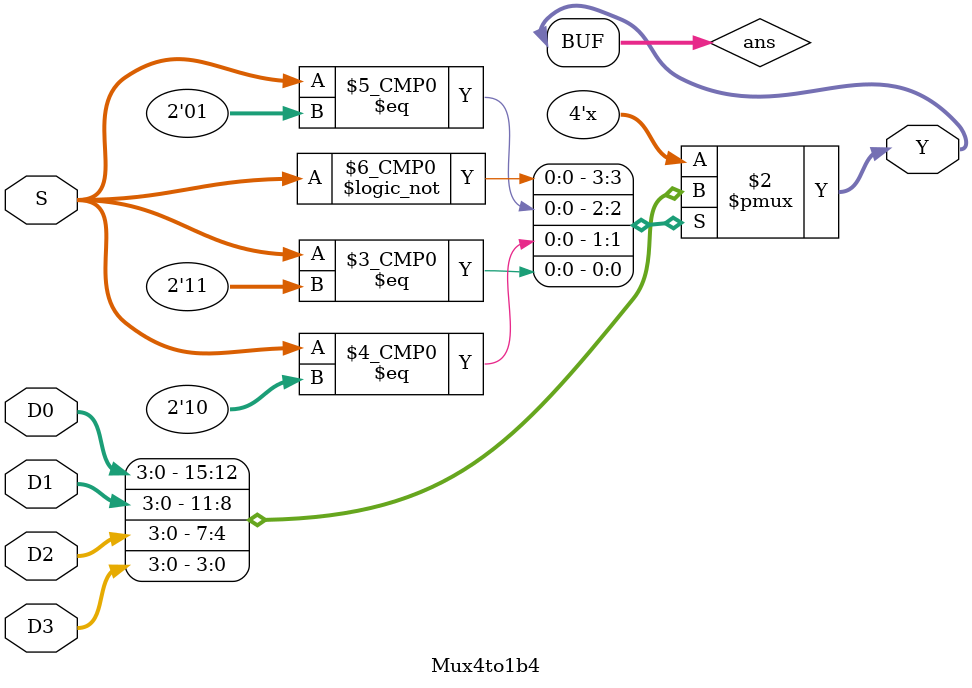
<source format=v>
module Mux4to1b4(
    input  [1:0] S,
    input  [3:0] D0,
    input  [3:0] D1,
    input  [3:0] D2,
    input  [3:0] D3,
    output [3:0] Y
);


reg[3:0] ans;

assign Y=ans;


always @(*) begin
    case(S)
    2'b00:ans=D0;
    2'b01:ans=D1;
    2'b10:ans=D2;
    2'b11:ans=D3;
    endcase
end


endmodule
</source>
